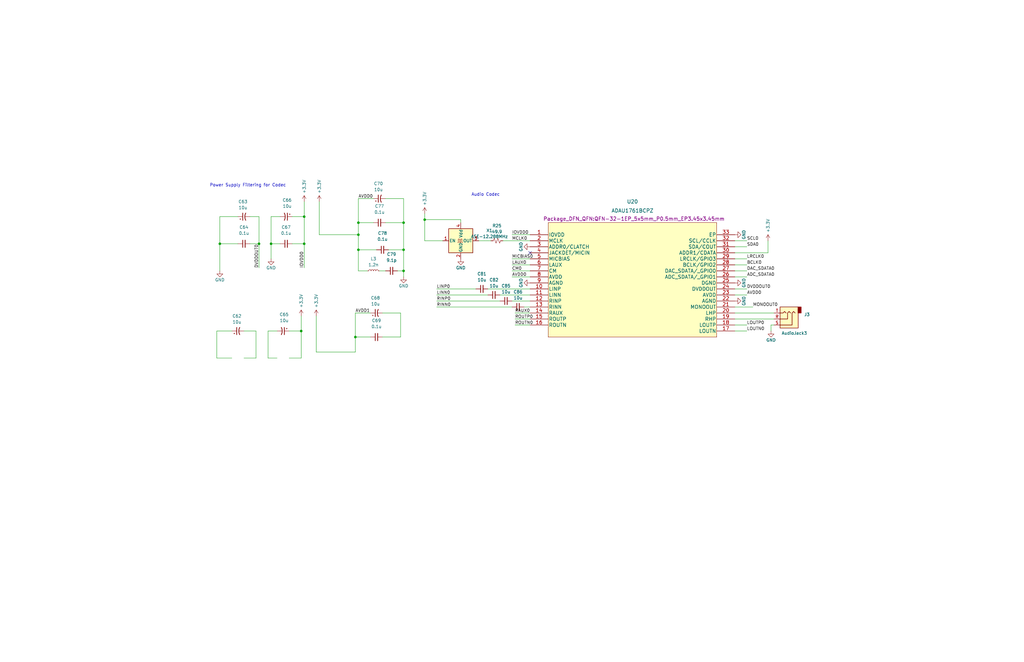
<source format=kicad_sch>
(kicad_sch (version 20250114) (generator "eeschema") (generator_version "9.0")
  (paper "B")
  (title_block (title "Audio Subsystem") (date "2026-01-03") (rev "0.0") (company "Andy McCann KA3KAF and Doug McCannn KA3KAG"))
  (lib_symbols
    (symbol "ADAU1761:ADAU1761BCPZ" (pin_names (offset 0.254))
      (property "Reference" "U" (at 43.18 10.16 0))
      (property "Value" "ADAU1761BCPZ" (at 43.18 7.62 0))
      (property "Footprint" "Package_DFN_QFN:QFN-32-1EP_5x5mm_P0.5mm_EP3.45x3.45mm" (at 44.45 -44.45 0))
      (symbol "ADAU1761BCPZ_1_1"
        (rectangle (start 7.62 5.08) (end 78.74 -43.18) (fill (type background)))
        (pin power_in line (at 0 0 0) (length 7.62) (name "IOVDD") (number "1"))
        (pin input line (at 0 -2.54 0) (length 7.62) (name "MCLK") (number "2"))
        (pin input line (at 0 -5.08 0) (length 7.62) (name "ADDR0/CLATCH") (number "3"))
        (pin input line (at 0 -7.62 0) (length 7.62) (name "JACKDET/MICIN") (number "4"))
        (pin power_out line (at 0 -10.16 0) (length 7.62) (name "MICBIAS") (number "5"))
        (pin input line (at 0 -12.7 0) (length 7.62) (name "LAUX") (number "6"))
        (pin power_out line (at 0 -15.24 0) (length 7.62) (name "CM") (number "7"))
        (pin power_in line (at 0 -17.78 0) (length 7.62) (name "AVDD") (number "8"))
        (pin power_in line (at 0 -20.32 0) (length 7.62) (name "AGND") (number "9"))
        (pin input line (at 0 -22.86 0) (length 7.62) (name "LINP") (number "10"))
        (pin input line (at 0 -25.4 0) (length 7.62) (name "LINN") (number "11"))
        (pin input line (at 0 -27.94 0) (length 7.62) (name "RINP") (number "12"))
        (pin input line (at 0 -30.48 0) (length 7.62) (name "RINN") (number "13"))
        (pin input line (at 0 -33.02 0) (length 7.62) (name "RAUX") (number "14"))
        (pin output line (at 0 -35.56 0) (length 7.62) (name "ROUTP") (number "15"))
        (pin output line (at 0 -38.1 0) (length 7.62) (name "ROUTN") (number "16"))
        (pin power_in line (at 86.36 0 180) (length 7.62) (name "EP") (number "33"))
        (pin bidirectional line (at 86.36 -2.54 180) (length 7.62) (name "SCL/CCLK") (number "32"))
        (pin bidirectional line (at 86.36 -5.08 180) (length 7.62) (name "SDA/COUT") (number "31"))
        (pin input line (at 86.36 -7.62 180) (length 7.62) (name "ADDR1/CDATA") (number "30"))
        (pin bidirectional line (at 86.36 -10.16 180) (length 7.62) (name "LRCLK/GPIO3") (number "29"))
        (pin bidirectional line (at 86.36 -12.7 180) (length 7.62) (name "BCLK/GPIO2") (number "28"))
        (pin output line (at 86.36 -15.24 180) (length 7.62) (name "DAC_SDATA/_GPIO0") (number "27"))
        (pin input line (at 86.36 -17.78 180) (length 7.62) (name "ADC_SDATA/_GPIO1") (number "26"))
        (pin power_in line (at 86.36 -20.32 180) (length 7.62) (name "DGND") (number "25"))
        (pin power_out line (at 86.36 -22.86 180) (length 7.62) (name "DVDDOUT") (number "24"))
        (pin power_in line (at 86.36 -25.4 180) (length 7.62) (name "AVDD") (number "23"))
        (pin power_in line (at 86.36 -27.94 180) (length 7.62) (name "AGND") (number "22"))
        (pin output line (at 86.36 -30.48 180) (length 7.62) (name "MONOOUT") (number "21"))
        (pin output line (at 86.36 -33.02 180) (length 7.62) (name "LHP") (number "20"))
        (pin output line (at 86.36 -35.56 180) (length 7.62) (name "RHP") (number "19"))
        (pin output line (at 86.36 -38.1 180) (length 7.62) (name "LOUTP") (number "18"))
        (pin output line (at 86.36 -40.64 180) (length 7.62) (name "LOUTN") (number "17"))
      )
    )
    (symbol "Connector:AudioJack3"
      (property "Reference" "J" (at 0 8.89 0))
      (property "Value" "AudioJack3" (at 0 6.35 0))
      (symbol "AudioJack3_0_1"
        (rectangle (start -5.08 -5.08) (end -6.35 -2.54) (stroke (width 0.254)) (fill (type outline)))
        (polyline (pts (xy -1.905 -2.54) (xy -1.27 -3.175) (xy -0.635 -2.54) (xy -0.635 0) (xy 2.54 0)) (stroke (width 0.254)))
        (polyline (pts (xy 0 -2.54) (xy 0.635 -3.175) (xy 1.27 -2.54) (xy 2.54 -2.54)) (stroke (width 0.254)))
        (rectangle (start 2.54 3.81) (end -5.08 -5.08) (stroke (width 0.254)) (fill (type background)))
        (polyline (pts (xy 2.54 2.54) (xy -2.54 2.54) (xy -2.54 -2.54) (xy -3.175 -3.175) (xy -3.81 -2.54)) (stroke (width 0.254)))
      )
      (symbol "AudioJack3_1_1"
        (pin passive line (at 5.08 2.54 180) (length 2.54) (name "~") (number "S"))
        (pin passive line (at 5.08 0 180) (length 2.54) (name "~") (number "R"))
        (pin passive line (at 5.08 -2.54 180) (length 2.54) (name "~") (number "T"))
      )
    )
    (symbol "Device:C_Polarized_Small_US" (pin_numbers (hide yes)) (pin_names (offset 0.254) (hide yes))
      (property "Reference" "C" (at 0.254 1.778 0))
      (property "Value" "C_Polarized_Small_US" (at 0.254 -2.032 0))
      (symbol "C_Polarized_Small_US_0_1"
        (polyline (pts (xy -1.524 0.508) (xy 1.524 0.508)) (stroke (width 0.3048)))
        (polyline (pts (xy -1.27 1.524) (xy -0.762 1.524)))
        (polyline (pts (xy -1.016 1.27) (xy -1.016 1.778)))
        (arc (start -1.524 -0.762) (mid 0 -0.3734) (end 1.524 -0.762) (stroke (width 0.3048)))
      )
      (symbol "C_Polarized_Small_US_1_1"
        (pin passive line (at 0 2.54 270) (length 2.032) (name "~") (number "1"))
        (pin passive line (at 0 -2.54 90) (length 2.032) (name "~") (number "2"))
      )
    )
    (symbol "Device:C_Small" (pin_numbers (hide yes)) (pin_names (offset 0.254) (hide yes))
      (property "Reference" "C" (at 0.254 1.778 0))
      (property "Value" "C_Small" (at 0.254 -2.032 0))
      (symbol "C_Small_0_1"
        (polyline (pts (xy -1.524 0.508) (xy 1.524 0.508)) (stroke (width 0.3048)))
        (polyline (pts (xy -1.524 -0.508) (xy 1.524 -0.508)) (stroke (width 0.3302)))
      )
      (symbol "C_Small_1_1"
        (pin passive line (at 0 2.54 270) (length 2.032) (name "~") (number "1"))
        (pin passive line (at 0 -2.54 90) (length 2.032) (name "~") (number "2"))
      )
    )
    (symbol "Device:L_Small" (pin_numbers (hide yes)) (pin_names (offset 0.254) (hide yes))
      (property "Reference" "L" (at 0.762 1.016 0))
      (property "Value" "L_Small" (at 0.762 -1.016 0))
      (symbol "L_Small_0_1"
        (arc (start 0 2.032) (mid 0.5058 1.524) (end 0 1.016))
        (arc (start 0 1.016) (mid 0.5058 0.508) (end 0 0))
        (arc (start 0 0) (mid 0.5058 -0.508) (end 0 -1.016))
        (arc (start 0 -1.016) (mid 0.5058 -1.524) (end 0 -2.032))
      )
      (symbol "L_Small_1_1"
        (pin passive line (at 0 2.54 270) (length 0.508) (name "~") (number "1"))
        (pin passive line (at 0 -2.54 90) (length 0.508) (name "~") (number "2"))
      )
    )
    (symbol "Device:R_Small_US" (pin_numbers (hide yes)) (pin_names (offset 0.254) (hide yes))
      (property "Reference" "R" (at 0.762 0.508 0))
      (property "Value" "R_Small_US" (at 0.762 -1.016 0))
      (symbol "R_Small_US_1_1"
        (polyline (pts (xy 0 1.524) (xy 1.016 1.143) (xy 0 0.762) (xy -1.016 0.381) (xy 0 0)))
        (polyline (pts (xy 0 0) (xy 1.016 -0.381) (xy 0 -0.762) (xy -1.016 -1.143) (xy 0 -1.524)))
        (pin passive line (at 0 2.54 270) (length 1.016) (name "~") (number "1"))
        (pin passive line (at 0 -2.54 90) (length 1.016) (name "~") (number "2"))
      )
    )
    (symbol "Oscillator:ASE-xxxMHz" (pin_names (offset 0.254))
      (property "Reference" "X" (at -5.08 6.35 0))
      (property "Value" "ASE-xxxMHz" (at 1.27 -6.35 0))
      (symbol "ASE-xxxMHz_0_1"
        (rectangle (start -5.08 5.08) (end 5.08 -5.08) (stroke (width 0.254)) (fill (type background)))
        (polyline (pts (xy -1.27 -0.762) (xy -1.016 -0.762) (xy -1.016 0.762) (xy -0.508 0.762) (xy -0.508 -0.762) (xy 0 -0.762) (xy 0 0.762) (xy 0.508 0.762) (xy 0.508 -0.762) (xy 0.762 -0.762)))
      )
      (symbol "ASE-xxxMHz_1_1"
        (pin input line (at -7.62 0 0) (length 2.54) (name "EN") (number "1"))
        (pin power_in line (at 0 7.62 270) (length 2.54) (name "Vdd") (number "4"))
        (pin power_in line (at 0 -7.62 90) (length 2.54) (name "GND") (number "2"))
        (pin output line (at 7.62 0 180) (length 2.54) (name "OUT") (number "3"))
      )
    )
    (symbol "power:+3.3V" (power) (pin_names (offset 0))
      (property "Value" "+3.3V" (at 0 3.556 0))
      (symbol "+3.3V_0_1"
        (polyline (pts (xy -0.762 1.27) (xy 0 2.54)))
        (polyline (pts (xy 0 2.54) (xy 0.762 1.27)))
        (polyline (pts (xy 0 0) (xy 0 2.54)))
      )
      (symbol "+3.3V_1_1"
        (pin power_in line (at 0 0 90) (length 0) (hide yes) (name "+3.3V") (number "1"))
      )
    )
    (symbol "power:GND" (power) (pin_names (offset 0))
      (property "Value" "GND" (at 0 -3.81 0))
      (symbol "GND_0_1"
        (polyline (pts (xy 0 0) (xy 0 -1.27) (xy 1.27 -1.27) (xy 0 -2.54) (xy -1.27 -1.27) (xy 0 -1.27)))
      )
      (symbol "GND_1_1"
        (pin power_in line (at 0 0 270) (length 0) (hide yes) (name "GND") (number "1"))
      )
    )
  )
  (text "Audio Codec\n" (at 198.755 82.931 0) (effects (font (size 1.27 1.27)) (justify left bottom)))
  (text "Power Supply Filtering for Codec\n" (at 88.392 78.994 0) (effects (font (size 1.27 1.27)) (justify left bottom)))
  (junction (at 114.3 102.87))
  (junction (at 151.13 93.98))
  (junction (at 92.71 102.87))
  (junction (at 109.22 102.87))
  (junction (at 128.27 91.44))
  (junction (at 128.27 102.87))
  (junction (at 170.18 105.41))
  (junction (at 149.86 142.24))
  (junction (at 179.07 92.71))
  (junction (at 170.18 114.3))
  (junction (at 127 139.7))
  (junction (at 151.13 99.06))
  (junction (at 170.18 93.98))
  (junction (at 151.13 105.41))
  (no_connect (at 223.52 106.68))
  (wire (pts (xy 215.9 116.84) (xy 223.52 116.84)))
  (wire (pts (xy 210.82 124.46) (xy 223.52 124.46)))
  (wire (pts (xy 167.64 114.3) (xy 170.18 114.3)))
  (wire (pts (xy 215.9 114.3) (xy 223.52 114.3)))
  (wire (pts (xy 91.44 139.7) (xy 91.44 151.13)))
  (wire (pts (xy 309.88 137.16) (xy 314.96 137.16)))
  (wire (pts (xy 116.84 139.7) (xy 113.03 139.7)))
  (wire (pts (xy 114.3 109.22) (xy 114.3 102.87)))
  (wire (pts (xy 134.62 99.06) (xy 151.13 99.06)))
  (wire (pts (xy 325.12 139.7) (xy 325.12 137.16)))
  (wire (pts (xy 92.71 114.3) (xy 92.71 102.87)))
  (wire (pts (xy 109.22 91.44) (xy 109.22 102.87)))
  (wire (pts (xy 102.87 139.7) (xy 107.95 139.7)))
  (wire (pts (xy 133.35 148.59) (xy 133.35 133.35)))
  (wire (pts (xy 309.88 109.22) (xy 314.96 109.22)))
  (wire (pts (xy 184.15 127) (xy 210.82 127)))
  (wire (pts (xy 128.27 113.03) (xy 128.27 102.87)))
  (wire (pts (xy 151.13 93.98) (xy 151.13 83.82)))
  (wire (pts (xy 102.87 151.13) (xy 107.95 151.13)))
  (wire (pts (xy 105.41 91.44) (xy 109.22 91.44)))
  (wire (pts (xy 133.35 148.59) (xy 149.86 148.59)))
  (wire (pts (xy 170.18 114.3) (xy 170.18 116.84)))
  (wire (pts (xy 161.29 132.08) (xy 168.91 132.08)))
  (wire (pts (xy 149.86 132.08) (xy 149.86 142.24)))
  (wire (pts (xy 151.13 83.82) (xy 157.48 83.82)))
  (wire (pts (xy 92.71 91.44) (xy 100.33 91.44)))
  (wire (pts (xy 113.03 151.13) (xy 116.84 151.13)))
  (wire (pts (xy 170.18 114.3) (xy 170.18 105.41)))
  (wire (pts (xy 217.17 132.08) (xy 223.52 132.08)))
  (wire (pts (xy 163.83 105.41) (xy 170.18 105.41)))
  (wire (pts (xy 121.92 139.7) (xy 127 139.7)))
  (wire (pts (xy 215.9 111.76) (xy 223.52 111.76)))
  (wire (pts (xy 212.09 101.6) (xy 223.52 101.6)))
  (wire (pts (xy 309.88 106.68) (xy 323.85 106.68)))
  (wire (pts (xy 309.88 134.62) (xy 326.39 134.62)))
  (wire (pts (xy 149.86 142.24) (xy 149.86 148.59)))
  (wire (pts (xy 215.9 109.22) (xy 223.52 109.22)))
  (wire (pts (xy 220.98 129.54) (xy 223.52 129.54)))
  (wire (pts (xy 325.12 137.16) (xy 326.39 137.16)))
  (wire (pts (xy 186.69 101.6) (xy 179.07 101.6)))
  (wire (pts (xy 149.86 132.08) (xy 156.21 132.08)))
  (wire (pts (xy 309.88 124.46) (xy 314.96 124.46)))
  (wire (pts (xy 160.02 114.3) (xy 162.56 114.3)))
  (wire (pts (xy 179.07 92.71) (xy 179.07 90.17)))
  (wire (pts (xy 127 139.7) (xy 127 151.13)))
  (wire (pts (xy 217.17 137.16) (xy 223.52 137.16)))
  (wire (pts (xy 309.88 139.7) (xy 314.96 139.7)))
  (wire (pts (xy 128.27 91.44) (xy 123.19 91.44)))
  (wire (pts (xy 217.17 134.62) (xy 223.52 134.62)))
  (wire (pts (xy 128.27 85.09) (xy 128.27 91.44)))
  (wire (pts (xy 309.88 129.54) (xy 317.5 129.54)))
  (wire (pts (xy 170.18 83.82) (xy 162.56 83.82)))
  (wire (pts (xy 109.22 113.03) (xy 109.22 102.87)))
  (wire (pts (xy 127 151.13) (xy 121.92 151.13)))
  (wire (pts (xy 107.95 139.7) (xy 107.95 151.13)))
  (wire (pts (xy 194.31 93.98) (xy 194.31 92.71)))
  (wire (pts (xy 114.3 91.44) (xy 118.11 91.44)))
  (wire (pts (xy 92.71 102.87) (xy 92.71 91.44)))
  (wire (pts (xy 170.18 93.98) (xy 170.18 83.82)))
  (wire (pts (xy 184.15 124.46) (xy 205.74 124.46)))
  (wire (pts (xy 309.88 116.84) (xy 314.96 116.84)))
  (wire (pts (xy 205.74 121.92) (xy 223.52 121.92)))
  (wire (pts (xy 194.31 92.71) (xy 179.07 92.71)))
  (wire (pts (xy 201.93 101.6) (xy 207.01 101.6)))
  (wire (pts (xy 309.88 101.6) (xy 314.96 101.6)))
  (wire (pts (xy 91.44 139.7) (xy 97.79 139.7)))
  (wire (pts (xy 158.75 105.41) (xy 151.13 105.41)))
  (wire (pts (xy 114.3 102.87) (xy 114.3 91.44)))
  (wire (pts (xy 184.15 129.54) (xy 215.9 129.54)))
  (wire (pts (xy 113.03 139.7) (xy 113.03 151.13)))
  (wire (pts (xy 151.13 105.41) (xy 151.13 99.06)))
  (wire (pts (xy 309.88 114.3) (xy 314.96 114.3)))
  (wire (pts (xy 91.44 151.13) (xy 97.79 151.13)))
  (wire (pts (xy 134.62 85.09) (xy 134.62 99.06)))
  (wire (pts (xy 114.3 102.87) (xy 118.11 102.87)))
  (wire (pts (xy 157.48 93.98) (xy 151.13 93.98)))
  (wire (pts (xy 215.9 99.06) (xy 223.52 99.06)))
  (wire (pts (xy 151.13 99.06) (xy 151.13 93.98)))
  (wire (pts (xy 92.71 102.87) (xy 100.33 102.87)))
  (wire (pts (xy 162.56 93.98) (xy 170.18 93.98)))
  (wire (pts (xy 161.29 142.24) (xy 168.91 142.24)))
  (wire (pts (xy 151.13 114.3) (xy 151.13 105.41)))
  (wire (pts (xy 123.19 102.87) (xy 128.27 102.87)))
  (wire (pts (xy 323.85 106.68) (xy 323.85 101.6)))
  (wire (pts (xy 154.94 114.3) (xy 151.13 114.3)))
  (wire (pts (xy 309.88 104.14) (xy 314.96 104.14)))
  (wire (pts (xy 179.07 92.71) (xy 179.07 101.6)))
  (wire (pts (xy 168.91 132.08) (xy 168.91 142.24)))
  (wire (pts (xy 127 133.35) (xy 127 139.7)))
  (wire (pts (xy 109.22 102.87) (xy 105.41 102.87)))
  (wire (pts (xy 309.88 121.92) (xy 314.96 121.92)))
  (wire (pts (xy 128.27 102.87) (xy 128.27 91.44)))
  (wire (pts (xy 309.88 111.76) (xy 314.96 111.76)))
  (wire (pts (xy 170.18 105.41) (xy 170.18 93.98)))
  (wire (pts (xy 215.9 127) (xy 223.52 127)))
  (wire (pts (xy 309.88 132.08) (xy 326.39 132.08)))
  (wire (pts (xy 149.86 142.24) (xy 156.21 142.24)))
  (wire (pts (xy 184.15 121.92) (xy 200.66 121.92)))
  (label "LOUTP0" (at 314.96 137.16 0))
  (label "AVDD1" (at 149.86 132.08 0))
  (label "LRCLK0" (at 314.96 109.22 0))
  (label "AVDD0" (at 314.96 124.46 0))
  (label "SDA0" (at 314.96 104.14 0))
  (label "SCL0" (at 314.96 101.6 0))
  (label "DVDDOUT0" (at 314.96 121.92 0))
  (label "RINP0" (at 184.15 127 0))
  (label "IOVDD0" (at 128.27 113.03 90))
  (label "MONOOUT0" (at 317.5 129.54 0))
  (label "MCLK0" (at 215.9 101.6 0))
  (label "ROUTP0" (at 217.17 134.62 0))
  (label "IOVDD0" (at 215.9 99.06 0))
  (label "ROUTN0" (at 217.17 137.16 0))
  (label "RINN0" (at 184.15 129.54 0))
  (label "CM0" (at 215.9 114.3 0))
  (label "LAUX0" (at 215.9 111.76 0))
  (label "DAC_SDATA0" (at 314.96 114.3 0))
  (label "LOUTN0" (at 314.96 139.7 0))
  (label "AVDD0" (at 215.9 116.84 0))
  (label "AVDD0" (at 151.13 83.82 0))
  (label "LINN0" (at 184.15 124.46 0))
  (label "DVDDOUT0" (at 109.22 113.03 90))
  (label "RAUX0" (at 217.17 132.08 0))
  (label "BCLK0" (at 314.96 111.76 0))
  (label "LINP0" (at 184.15 121.92 0))
  (label "ADC_SDATA0" (at 314.96 116.84 0))
  (label "MICBIAS0" (at 215.9 109.22 0))
  (symbol (lib_id "power:GND") (at 92.71 114.3 0) (unit 1)
    (property "Reference" "#PWR0111" (effects (hide yes)))
    (property "Value" "GND" (at 92.71 118.11 0))
  )
  (symbol (lib_id "power:GND") (at 114.3 109.22 0) (unit 1)
    (property "Reference" "#PWR0110" (effects (hide yes)))
    (property "Value" "GND" (at 114.3 113.03 0))
  )
  (symbol (lib_id "power:+3.3V") (at 128.27 85.09 0) (unit 1)
    (property "Reference" "#PWR0115" (effects (hide yes)))
    (property "Value" "+3.3V" (at 128.27 78.74 90))
  )
  (symbol (lib_id "Device:C_Polarized_Small_US") (at 102.87 91.44 90) (unit 1)
    (property "Reference" "C63" (at 102.4382 85.09 90))
    (property "Value" "10u" (at 102.4382 87.63 90))
    (property "Footprint" "Capacitor_SMD:C_0805_2012Metric_Pad1.18x1.45mm_HandSolder" (effects (hide yes)))
  )
  (symbol (lib_id "Device:C_Small") (at 160.02 93.98 90) (unit 1)
    (property "Reference" "C77" (at 160.0263 86.995 90))
    (property "Value" "0.1u" (at 160.0263 89.535 90))
    (property "Footprint" "Capacitor_SMD:C_0805_2012Metric_Pad1.18x1.45mm_HandSolder" (effects (hide yes)))
  )
  (symbol (lib_id "power:GND") (at 309.88 127 90) (unit 1)
    (property "Reference" "#PWR0129" (effects (hide yes)))
    (property "Value" "GND" (at 313.69 127 0))
  )
  (symbol (lib_id "power:+3.3V") (at 179.07 90.17 0) (unit 1)
    (property "Reference" "#PWR0114" (effects (hide yes)))
    (property "Value" "+3.3V" (at 179.07 83.82 90))
  )
  (symbol (lib_id "Device:C_Small") (at 203.2 121.92 90) (unit 1)
    (property "Reference" "C81" (at 203.2063 115.57 90))
    (property "Value" "10u" (at 203.2063 118.11 90))
    (property "Footprint" "Capacitor_SMD:C_0805_2012Metric_Pad1.18x1.45mm_HandSolder" (effects (hide yes)))
  )
  (symbol (lib_id "power:GND") (at 170.18 116.84 0) (unit 1)
    (property "Reference" "#PWR017" (effects (hide yes)))
    (property "Value" "GND" (at 170.18 120.65 0))
  )
  (symbol (lib_id "Device:C_Small") (at 213.36 127 90) (unit 1)
    (property "Reference" "C85" (at 213.3663 120.65 90))
    (property "Value" "10u" (at 213.3663 123.19 90))
    (property "Footprint" "Capacitor_SMD:C_0805_2012Metric_Pad1.18x1.45mm_HandSolder" (effects (hide yes)))
  )
  (symbol (lib_id "Connector:AudioJack3") (at 331.47 134.62 180) (unit 1)
    (property "Reference" "J3" (at 339.09 132.7149 0) (effects (justify right)))
    (property "Value" "AudioJack3" (at 329.565 140.589 0) (effects (justify right)))
    (property "Footprint" "Connector_Audio:Jack_3.5mm_CUI_SJ-3523-SMT_Horizontal" (effects (hide yes)))
  )
  (symbol (lib_id "Device:C_Polarized_Small_US") (at 100.33 139.7 90) (unit 1)
    (property "Reference" "C62" (at 99.8982 133.35 90))
    (property "Value" "10u" (at 99.8982 135.89 90))
    (property "Footprint" "Capacitor_SMD:C_0805_2012Metric_Pad1.18x1.45mm_HandSolder" (effects (hide yes)))
  )
  (symbol (lib_id "Device:C_Polarized_Small_US") (at 158.75 132.08 90) (unit 1)
    (property "Reference" "C68" (at 158.3182 125.73 90))
    (property "Value" "10u" (at 158.3182 128.27 90))
    (property "Footprint" "Capacitor_SMD:C_0805_2012Metric_Pad1.18x1.45mm_HandSolder" (effects (hide yes)))
  )
  (symbol (lib_id "power:+3.3V") (at 134.62 85.09 0) (unit 1)
    (property "Reference" "#PWR0116" (effects (hide yes)))
    (property "Value" "+3.3V" (at 134.62 78.74 90))
  )
  (symbol (lib_id "power:+3.3V") (at 323.85 101.6 0) (unit 1)
    (property "Reference" "#PWR019" (effects (hide yes)))
    (property "Value" "+3.3V" (at 323.85 95.25 90))
  )
  (symbol (lib_id "Device:C_Polarized_Small_US") (at 120.65 91.44 270) (unit 1)
    (property "Reference" "C66" (at 121.0818 84.455 90))
    (property "Value" "10u" (at 121.0818 86.995 90))
    (property "Footprint" "Capacitor_SMD:C_0805_2012Metric_Pad1.18x1.45mm_HandSolder" (effects (hide yes)))
  )
  (symbol (lib_id "Device:C_Small") (at 218.44 129.54 90) (unit 1)
    (property "Reference" "C86" (at 218.4463 123.19 90))
    (property "Value" "10u" (at 218.4463 125.73 90))
    (property "Footprint" "Capacitor_SMD:C_0805_2012Metric_Pad1.18x1.45mm_HandSolder" (effects (hide yes)))
  )
  (symbol (lib_id "power:GND") (at 194.31 109.22 0) (unit 1)
    (property "Reference" "#PWR0131" (effects (hide yes)))
    (property "Value" "GND" (at 194.31 113.03 0))
  )
  (symbol (lib_id "power:+3.3V") (at 133.35 133.35 0) (unit 1)
    (property "Reference" "#PWR0101" (effects (hide yes)))
    (property "Value" "+3.3V" (at 133.35 127 90))
  )
  (symbol (lib_id "Device:C_Polarized_Small_US") (at 119.38 139.7 270) (unit 1)
    (property "Reference" "C65" (at 119.8118 132.715 90))
    (property "Value" "10u" (at 119.8118 135.255 90))
    (property "Footprint" "Capacitor_SMD:C_0805_2012Metric_Pad1.18x1.45mm_HandSolder" (effects (hide yes)))
  )
  (symbol (lib_id "Device:L_Small") (at 157.48 114.3 90) (unit 1)
    (property "Reference" "L3" (at 157.48 109.22 90))
    (property "Value" "1.2n" (at 157.48 111.76 90))
    (property "Footprint" "Inductor_SMD:L_0805_2012Metric_Pad1.15x1.40mm_HandSolder" (effects (hide yes)))
  )
  (symbol (lib_id "Device:R_Small_US") (at 209.55 101.6 90) (unit 1)
    (property "Reference" "R25" (at 209.55 95.25 90))
    (property "Value" "49.9" (at 209.55 97.79 90))
    (property "Footprint" "Resistor_SMD:R_0805_2012Metric_Pad1.20x1.40mm_HandSolder" (effects (hide yes)))
  )
  (symbol (lib_id "Oscillator:ASE-xxxMHz") (at 194.31 101.6 0) (unit 1)
    (property "Reference" "X1" (at 206.375 97.2693 0))
    (property "Value" "ASE-12.288MHz" (at 206.375 99.8093 0))
    (property "Footprint" "Oscillator:Oscillator_SMD_Abracon_ASE-4Pin_3.2x2.5mm" (effects (hide yes)))
    (property "Datasheet" "http://www.abracon.com/Oscillators/ASV.pdf" (effects (hide yes)))
  )
  (symbol (lib_id "power:GND") (at 309.88 99.06 90) (unit 1)
    (property "Reference" "#PWR0128" (effects (hide yes)))
    (property "Value" "GND" (at 313.69 99.06 0))
  )
  (symbol (lib_id "power:GND") (at 223.52 119.38 270) (unit 1)
    (property "Reference" "#PWR0132" (effects (hide yes)))
    (property "Value" "GND" (at 219.71 119.38 0))
  )
  (symbol (lib_id "Device:C_Small") (at 120.65 102.87 90) (unit 1)
    (property "Reference" "C67" (at 120.6563 95.885 90))
    (property "Value" "0.1u" (at 120.6563 98.425 90))
    (property "Footprint" "Capacitor_SMD:C_0805_2012Metric_Pad1.18x1.45mm_HandSolder" (effects (hide yes)))
  )
  (symbol (lib_id "power:GND") (at 223.52 104.14 270) (unit 1)
    (property "Reference" "#PWR0133" (effects (hide yes)))
    (property "Value" "GND" (at 219.71 104.14 0))
  )
  (symbol (lib_id "Device:C_Small") (at 158.75 142.24 90) (unit 1)
    (property "Reference" "C69" (at 158.7563 135.255 90))
    (property "Value" "0.1u" (at 158.7563 137.795 90))
    (property "Footprint" "Capacitor_SMD:C_0805_2012Metric_Pad1.18x1.45mm_HandSolder" (effects (hide yes)))
  )
  (symbol (lib_id "Device:C_Small") (at 208.28 124.46 90) (unit 1)
    (property "Reference" "C82" (at 208.2863 118.11 90))
    (property "Value" "10u" (at 208.2863 120.65 90))
    (property "Footprint" "Capacitor_SMD:C_0805_2012Metric_Pad1.18x1.45mm_HandSolder" (effects (hide yes)))
  )
  (symbol (lib_id "power:GND") (at 325.12 139.7 0) (unit 1)
    (property "Reference" "#PWR0126" (effects (hide yes)))
    (property "Value" "GND" (at 325.12 143.51 0))
  )
  (symbol (lib_id "power:+3.3V") (at 127 133.35 0) (unit 1)
    (property "Reference" "#PWR0102" (effects (hide yes)))
    (property "Value" "+3.3V" (at 127 127 90))
  )
  (symbol (lib_id "ADAU1761:ADAU1761BCPZ") (at 223.52 99.06 0) (unit 1)
    (property "Reference" "U20" (at 266.7 85.09 0) (effects (font (size 1.524 1.524))))
    (property "Value" "ADAU1761BCPZ" (at 266.7 88.9 0) (effects (font (size 1.524 1.524))))
    (property "Footprint" "Package_DFN_QFN:QFN-32-1EP_5x5mm_P0.5mm_EP3.45x3.45mm" (at 267.335 92.329 0) (effects (font (size 1.524 1.524))))
  )
  (symbol (lib_id "power:GND") (at 309.88 119.38 90) (unit 1)
    (property "Reference" "#PWR0130" (effects (hide yes)))
    (property "Value" "GND" (at 313.69 119.38 0))
  )
  (symbol (lib_id "Device:C_Small") (at 165.1 114.3 90) (unit 1)
    (property "Reference" "C79" (at 165.1063 107.315 90))
    (property "Value" "9.1p" (at 165.1063 109.855 90))
    (property "Footprint" "Capacitor_SMD:C_0805_2012Metric_Pad1.18x1.45mm_HandSolder" (effects (hide yes)))
  )
  (symbol (lib_id "Device:C_Polarized_Small_US") (at 160.02 83.82 90) (unit 1)
    (property "Reference" "C70" (at 159.5882 77.47 90))
    (property "Value" "10u" (at 159.5882 80.01 90))
    (property "Footprint" "Capacitor_SMD:C_0805_2012Metric_Pad1.18x1.45mm_HandSolder" (effects (hide yes)))
  )
  (symbol (lib_id "Device:C_Small") (at 102.87 102.87 90) (unit 1)
    (property "Reference" "C64" (at 102.8763 95.885 90))
    (property "Value" "0.1u" (at 102.8763 98.425 90))
    (property "Footprint" "Capacitor_SMD:C_0805_2012Metric_Pad1.18x1.45mm_HandSolder" (effects (hide yes)))
  )
  (symbol (lib_id "Device:C_Small") (at 161.29 105.41 90) (unit 1)
    (property "Reference" "C78" (at 161.2963 98.425 90))
    (property "Value" "0.1u" (at 161.2963 100.965 90))
    (property "Footprint" "Capacitor_SMD:C_0805_2012Metric_Pad1.18x1.45mm_HandSolder" (effects (hide yes)))
  )
)
</source>
